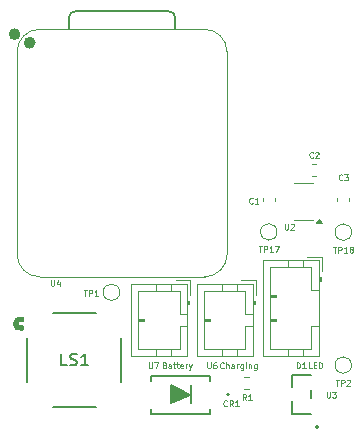
<source format=gbr>
%TF.GenerationSoftware,KiCad,Pcbnew,8.0.6*%
%TF.CreationDate,2024-11-21T01:25:50-08:00*%
%TF.ProjectId,LED20,4c454432-302e-46b6-9963-61645f706362,2*%
%TF.SameCoordinates,Original*%
%TF.FileFunction,Legend,Top*%
%TF.FilePolarity,Positive*%
%FSLAX46Y46*%
G04 Gerber Fmt 4.6, Leading zero omitted, Abs format (unit mm)*
G04 Created by KiCad (PCBNEW 8.0.6) date 2024-11-21 01:25:50*
%MOMM*%
%LPD*%
G01*
G04 APERTURE LIST*
%ADD10C,0.200000*%
%ADD11C,0.100000*%
%ADD12C,0.125000*%
%ADD13C,0.106680*%
%ADD14C,0.150000*%
%ADD15C,0.120000*%
%ADD16C,0.152400*%
%ADD17C,0.127000*%
%ADD18C,0.504000*%
%ADD19C,0.508000*%
G04 APERTURE END LIST*
D10*
X147710070Y-96652585D02*
X147710070Y-95135484D01*
X146046446Y-96679452D02*
X146046393Y-96677525D01*
X146046441Y-96677503D01*
X146046446Y-96679452D01*
G36*
X146046446Y-96679452D02*
G01*
X146046393Y-96677525D01*
X146046441Y-96677503D01*
X146046446Y-96679452D01*
G37*
X147690511Y-95945468D02*
X146046441Y-96677503D01*
X146043205Y-95118912D01*
X147690511Y-95945468D01*
G36*
X147690511Y-95945468D02*
G01*
X146046441Y-96677503D01*
X146043205Y-95118912D01*
X147690511Y-95945468D01*
G37*
D11*
X157967098Y-93712947D02*
X157729003Y-93712947D01*
X157729003Y-93712947D02*
X157729003Y-93212947D01*
X158133765Y-93451042D02*
X158300432Y-93451042D01*
X158371860Y-93712947D02*
X158133765Y-93712947D01*
X158133765Y-93712947D02*
X158133765Y-93212947D01*
X158133765Y-93212947D02*
X158371860Y-93212947D01*
X158586146Y-93712947D02*
X158586146Y-93212947D01*
X158586146Y-93212947D02*
X158705194Y-93212947D01*
X158705194Y-93212947D02*
X158776622Y-93236757D01*
X158776622Y-93236757D02*
X158824241Y-93284376D01*
X158824241Y-93284376D02*
X158848051Y-93331995D01*
X158848051Y-93331995D02*
X158871860Y-93427233D01*
X158871860Y-93427233D02*
X158871860Y-93498661D01*
X158871860Y-93498661D02*
X158848051Y-93593899D01*
X158848051Y-93593899D02*
X158824241Y-93641518D01*
X158824241Y-93641518D02*
X158776622Y-93689138D01*
X158776622Y-93689138D02*
X158705194Y-93712947D01*
X158705194Y-93712947D02*
X158586146Y-93712947D01*
X145519626Y-93451042D02*
X145591054Y-93474852D01*
X145591054Y-93474852D02*
X145614864Y-93498661D01*
X145614864Y-93498661D02*
X145638673Y-93546280D01*
X145638673Y-93546280D02*
X145638673Y-93617709D01*
X145638673Y-93617709D02*
X145614864Y-93665328D01*
X145614864Y-93665328D02*
X145591054Y-93689138D01*
X145591054Y-93689138D02*
X145543435Y-93712947D01*
X145543435Y-93712947D02*
X145352959Y-93712947D01*
X145352959Y-93712947D02*
X145352959Y-93212947D01*
X145352959Y-93212947D02*
X145519626Y-93212947D01*
X145519626Y-93212947D02*
X145567245Y-93236757D01*
X145567245Y-93236757D02*
X145591054Y-93260566D01*
X145591054Y-93260566D02*
X145614864Y-93308185D01*
X145614864Y-93308185D02*
X145614864Y-93355804D01*
X145614864Y-93355804D02*
X145591054Y-93403423D01*
X145591054Y-93403423D02*
X145567245Y-93427233D01*
X145567245Y-93427233D02*
X145519626Y-93451042D01*
X145519626Y-93451042D02*
X145352959Y-93451042D01*
X146067245Y-93712947D02*
X146067245Y-93451042D01*
X146067245Y-93451042D02*
X146043435Y-93403423D01*
X146043435Y-93403423D02*
X145995816Y-93379614D01*
X145995816Y-93379614D02*
X145900578Y-93379614D01*
X145900578Y-93379614D02*
X145852959Y-93403423D01*
X146067245Y-93689138D02*
X146019626Y-93712947D01*
X146019626Y-93712947D02*
X145900578Y-93712947D01*
X145900578Y-93712947D02*
X145852959Y-93689138D01*
X145852959Y-93689138D02*
X145829150Y-93641518D01*
X145829150Y-93641518D02*
X145829150Y-93593899D01*
X145829150Y-93593899D02*
X145852959Y-93546280D01*
X145852959Y-93546280D02*
X145900578Y-93522471D01*
X145900578Y-93522471D02*
X146019626Y-93522471D01*
X146019626Y-93522471D02*
X146067245Y-93498661D01*
X146233912Y-93379614D02*
X146424388Y-93379614D01*
X146305340Y-93212947D02*
X146305340Y-93641518D01*
X146305340Y-93641518D02*
X146329150Y-93689138D01*
X146329150Y-93689138D02*
X146376769Y-93712947D01*
X146376769Y-93712947D02*
X146424388Y-93712947D01*
X146519626Y-93379614D02*
X146710102Y-93379614D01*
X146591054Y-93212947D02*
X146591054Y-93641518D01*
X146591054Y-93641518D02*
X146614864Y-93689138D01*
X146614864Y-93689138D02*
X146662483Y-93712947D01*
X146662483Y-93712947D02*
X146710102Y-93712947D01*
X147067244Y-93689138D02*
X147019625Y-93712947D01*
X147019625Y-93712947D02*
X146924387Y-93712947D01*
X146924387Y-93712947D02*
X146876768Y-93689138D01*
X146876768Y-93689138D02*
X146852959Y-93641518D01*
X146852959Y-93641518D02*
X146852959Y-93451042D01*
X146852959Y-93451042D02*
X146876768Y-93403423D01*
X146876768Y-93403423D02*
X146924387Y-93379614D01*
X146924387Y-93379614D02*
X147019625Y-93379614D01*
X147019625Y-93379614D02*
X147067244Y-93403423D01*
X147067244Y-93403423D02*
X147091054Y-93451042D01*
X147091054Y-93451042D02*
X147091054Y-93498661D01*
X147091054Y-93498661D02*
X146852959Y-93546280D01*
X147305339Y-93712947D02*
X147305339Y-93379614D01*
X147305339Y-93474852D02*
X147329149Y-93427233D01*
X147329149Y-93427233D02*
X147352958Y-93403423D01*
X147352958Y-93403423D02*
X147400577Y-93379614D01*
X147400577Y-93379614D02*
X147448196Y-93379614D01*
X147567244Y-93379614D02*
X147686292Y-93712947D01*
X147805339Y-93379614D02*
X147686292Y-93712947D01*
X147686292Y-93712947D02*
X147638673Y-93831995D01*
X147638673Y-93831995D02*
X147614863Y-93855804D01*
X147614863Y-93855804D02*
X147567244Y-93879614D01*
X150513819Y-93674080D02*
X150490010Y-93697890D01*
X150490010Y-93697890D02*
X150418581Y-93721699D01*
X150418581Y-93721699D02*
X150370962Y-93721699D01*
X150370962Y-93721699D02*
X150299534Y-93697890D01*
X150299534Y-93697890D02*
X150251915Y-93650270D01*
X150251915Y-93650270D02*
X150228105Y-93602651D01*
X150228105Y-93602651D02*
X150204296Y-93507413D01*
X150204296Y-93507413D02*
X150204296Y-93435985D01*
X150204296Y-93435985D02*
X150228105Y-93340747D01*
X150228105Y-93340747D02*
X150251915Y-93293128D01*
X150251915Y-93293128D02*
X150299534Y-93245509D01*
X150299534Y-93245509D02*
X150370962Y-93221699D01*
X150370962Y-93221699D02*
X150418581Y-93221699D01*
X150418581Y-93221699D02*
X150490010Y-93245509D01*
X150490010Y-93245509D02*
X150513819Y-93269318D01*
X150728105Y-93721699D02*
X150728105Y-93221699D01*
X150942391Y-93721699D02*
X150942391Y-93459794D01*
X150942391Y-93459794D02*
X150918581Y-93412175D01*
X150918581Y-93412175D02*
X150870962Y-93388366D01*
X150870962Y-93388366D02*
X150799534Y-93388366D01*
X150799534Y-93388366D02*
X150751915Y-93412175D01*
X150751915Y-93412175D02*
X150728105Y-93435985D01*
X151394772Y-93721699D02*
X151394772Y-93459794D01*
X151394772Y-93459794D02*
X151370962Y-93412175D01*
X151370962Y-93412175D02*
X151323343Y-93388366D01*
X151323343Y-93388366D02*
X151228105Y-93388366D01*
X151228105Y-93388366D02*
X151180486Y-93412175D01*
X151394772Y-93697890D02*
X151347153Y-93721699D01*
X151347153Y-93721699D02*
X151228105Y-93721699D01*
X151228105Y-93721699D02*
X151180486Y-93697890D01*
X151180486Y-93697890D02*
X151156677Y-93650270D01*
X151156677Y-93650270D02*
X151156677Y-93602651D01*
X151156677Y-93602651D02*
X151180486Y-93555032D01*
X151180486Y-93555032D02*
X151228105Y-93531223D01*
X151228105Y-93531223D02*
X151347153Y-93531223D01*
X151347153Y-93531223D02*
X151394772Y-93507413D01*
X151632867Y-93721699D02*
X151632867Y-93388366D01*
X151632867Y-93483604D02*
X151656677Y-93435985D01*
X151656677Y-93435985D02*
X151680486Y-93412175D01*
X151680486Y-93412175D02*
X151728105Y-93388366D01*
X151728105Y-93388366D02*
X151775724Y-93388366D01*
X152156677Y-93388366D02*
X152156677Y-93793128D01*
X152156677Y-93793128D02*
X152132867Y-93840747D01*
X152132867Y-93840747D02*
X152109058Y-93864556D01*
X152109058Y-93864556D02*
X152061439Y-93888366D01*
X152061439Y-93888366D02*
X151990010Y-93888366D01*
X151990010Y-93888366D02*
X151942391Y-93864556D01*
X152156677Y-93697890D02*
X152109058Y-93721699D01*
X152109058Y-93721699D02*
X152013820Y-93721699D01*
X152013820Y-93721699D02*
X151966201Y-93697890D01*
X151966201Y-93697890D02*
X151942391Y-93674080D01*
X151942391Y-93674080D02*
X151918582Y-93626461D01*
X151918582Y-93626461D02*
X151918582Y-93483604D01*
X151918582Y-93483604D02*
X151942391Y-93435985D01*
X151942391Y-93435985D02*
X151966201Y-93412175D01*
X151966201Y-93412175D02*
X152013820Y-93388366D01*
X152013820Y-93388366D02*
X152109058Y-93388366D01*
X152109058Y-93388366D02*
X152156677Y-93412175D01*
X152394772Y-93721699D02*
X152394772Y-93388366D01*
X152394772Y-93221699D02*
X152370963Y-93245509D01*
X152370963Y-93245509D02*
X152394772Y-93269318D01*
X152394772Y-93269318D02*
X152418582Y-93245509D01*
X152418582Y-93245509D02*
X152394772Y-93221699D01*
X152394772Y-93221699D02*
X152394772Y-93269318D01*
X152632867Y-93388366D02*
X152632867Y-93721699D01*
X152632867Y-93435985D02*
X152656677Y-93412175D01*
X152656677Y-93412175D02*
X152704296Y-93388366D01*
X152704296Y-93388366D02*
X152775724Y-93388366D01*
X152775724Y-93388366D02*
X152823343Y-93412175D01*
X152823343Y-93412175D02*
X152847153Y-93459794D01*
X152847153Y-93459794D02*
X152847153Y-93721699D01*
X153299534Y-93388366D02*
X153299534Y-93793128D01*
X153299534Y-93793128D02*
X153275724Y-93840747D01*
X153275724Y-93840747D02*
X153251915Y-93864556D01*
X153251915Y-93864556D02*
X153204296Y-93888366D01*
X153204296Y-93888366D02*
X153132867Y-93888366D01*
X153132867Y-93888366D02*
X153085248Y-93864556D01*
X153299534Y-93697890D02*
X153251915Y-93721699D01*
X153251915Y-93721699D02*
X153156677Y-93721699D01*
X153156677Y-93721699D02*
X153109058Y-93697890D01*
X153109058Y-93697890D02*
X153085248Y-93674080D01*
X153085248Y-93674080D02*
X153061439Y-93626461D01*
X153061439Y-93626461D02*
X153061439Y-93483604D01*
X153061439Y-93483604D02*
X153085248Y-93435985D01*
X153085248Y-93435985D02*
X153109058Y-93412175D01*
X153109058Y-93412175D02*
X153156677Y-93388366D01*
X153156677Y-93388366D02*
X153251915Y-93388366D01*
X153251915Y-93388366D02*
X153299534Y-93412175D01*
D12*
X160006548Y-94674809D02*
X160292262Y-94674809D01*
X160149405Y-95174809D02*
X160149405Y-94674809D01*
X160458928Y-95174809D02*
X160458928Y-94674809D01*
X160458928Y-94674809D02*
X160649404Y-94674809D01*
X160649404Y-94674809D02*
X160697023Y-94698619D01*
X160697023Y-94698619D02*
X160720833Y-94722428D01*
X160720833Y-94722428D02*
X160744642Y-94770047D01*
X160744642Y-94770047D02*
X160744642Y-94841476D01*
X160744642Y-94841476D02*
X160720833Y-94889095D01*
X160720833Y-94889095D02*
X160697023Y-94912904D01*
X160697023Y-94912904D02*
X160649404Y-94936714D01*
X160649404Y-94936714D02*
X160458928Y-94936714D01*
X160935119Y-94722428D02*
X160958928Y-94698619D01*
X160958928Y-94698619D02*
X161006547Y-94674809D01*
X161006547Y-94674809D02*
X161125595Y-94674809D01*
X161125595Y-94674809D02*
X161173214Y-94698619D01*
X161173214Y-94698619D02*
X161197023Y-94722428D01*
X161197023Y-94722428D02*
X161220833Y-94770047D01*
X161220833Y-94770047D02*
X161220833Y-94817666D01*
X161220833Y-94817666D02*
X161197023Y-94889095D01*
X161197023Y-94889095D02*
X160911309Y-95174809D01*
X160911309Y-95174809D02*
X161220833Y-95174809D01*
X155673146Y-81471794D02*
X155673146Y-81876556D01*
X155673146Y-81876556D02*
X155696956Y-81924175D01*
X155696956Y-81924175D02*
X155720765Y-81947985D01*
X155720765Y-81947985D02*
X155768384Y-81971794D01*
X155768384Y-81971794D02*
X155863622Y-81971794D01*
X155863622Y-81971794D02*
X155911241Y-81947985D01*
X155911241Y-81947985D02*
X155935051Y-81924175D01*
X155935051Y-81924175D02*
X155958860Y-81876556D01*
X155958860Y-81876556D02*
X155958860Y-81471794D01*
X156173147Y-81519413D02*
X156196956Y-81495604D01*
X156196956Y-81495604D02*
X156244575Y-81471794D01*
X156244575Y-81471794D02*
X156363623Y-81471794D01*
X156363623Y-81471794D02*
X156411242Y-81495604D01*
X156411242Y-81495604D02*
X156435051Y-81519413D01*
X156435051Y-81519413D02*
X156458861Y-81567032D01*
X156458861Y-81567032D02*
X156458861Y-81614651D01*
X156458861Y-81614651D02*
X156435051Y-81686080D01*
X156435051Y-81686080D02*
X156149337Y-81971794D01*
X156149337Y-81971794D02*
X156458861Y-81971794D01*
X149128413Y-93224067D02*
X149128413Y-93628829D01*
X149128413Y-93628829D02*
X149152223Y-93676448D01*
X149152223Y-93676448D02*
X149176032Y-93700258D01*
X149176032Y-93700258D02*
X149223651Y-93724067D01*
X149223651Y-93724067D02*
X149318889Y-93724067D01*
X149318889Y-93724067D02*
X149366508Y-93700258D01*
X149366508Y-93700258D02*
X149390318Y-93676448D01*
X149390318Y-93676448D02*
X149414127Y-93628829D01*
X149414127Y-93628829D02*
X149414127Y-93224067D01*
X149866509Y-93224067D02*
X149771271Y-93224067D01*
X149771271Y-93224067D02*
X149723652Y-93247877D01*
X149723652Y-93247877D02*
X149699842Y-93271686D01*
X149699842Y-93271686D02*
X149652223Y-93343115D01*
X149652223Y-93343115D02*
X149628414Y-93438353D01*
X149628414Y-93438353D02*
X149628414Y-93628829D01*
X149628414Y-93628829D02*
X149652223Y-93676448D01*
X149652223Y-93676448D02*
X149676033Y-93700258D01*
X149676033Y-93700258D02*
X149723652Y-93724067D01*
X149723652Y-93724067D02*
X149818890Y-93724067D01*
X149818890Y-93724067D02*
X149866509Y-93700258D01*
X149866509Y-93700258D02*
X149890318Y-93676448D01*
X149890318Y-93676448D02*
X149914128Y-93628829D01*
X149914128Y-93628829D02*
X149914128Y-93509781D01*
X149914128Y-93509781D02*
X149890318Y-93462162D01*
X149890318Y-93462162D02*
X149866509Y-93438353D01*
X149866509Y-93438353D02*
X149818890Y-93414543D01*
X149818890Y-93414543D02*
X149723652Y-93414543D01*
X149723652Y-93414543D02*
X149676033Y-93438353D01*
X149676033Y-93438353D02*
X149652223Y-93462162D01*
X149652223Y-93462162D02*
X149628414Y-93509781D01*
X156693731Y-93706562D02*
X156693731Y-93206562D01*
X156693731Y-93206562D02*
X156812779Y-93206562D01*
X156812779Y-93206562D02*
X156884207Y-93230372D01*
X156884207Y-93230372D02*
X156931826Y-93277991D01*
X156931826Y-93277991D02*
X156955636Y-93325610D01*
X156955636Y-93325610D02*
X156979445Y-93420848D01*
X156979445Y-93420848D02*
X156979445Y-93492276D01*
X156979445Y-93492276D02*
X156955636Y-93587514D01*
X156955636Y-93587514D02*
X156931826Y-93635133D01*
X156931826Y-93635133D02*
X156884207Y-93682753D01*
X156884207Y-93682753D02*
X156812779Y-93706562D01*
X156812779Y-93706562D02*
X156693731Y-93706562D01*
X157455636Y-93706562D02*
X157169922Y-93706562D01*
X157312779Y-93706562D02*
X157312779Y-93206562D01*
X157312779Y-93206562D02*
X157265160Y-93277991D01*
X157265160Y-93277991D02*
X157217541Y-93325610D01*
X157217541Y-93325610D02*
X157169922Y-93349419D01*
X160554161Y-77752146D02*
X160530352Y-77775956D01*
X160530352Y-77775956D02*
X160458923Y-77799765D01*
X160458923Y-77799765D02*
X160411304Y-77799765D01*
X160411304Y-77799765D02*
X160339876Y-77775956D01*
X160339876Y-77775956D02*
X160292257Y-77728336D01*
X160292257Y-77728336D02*
X160268447Y-77680717D01*
X160268447Y-77680717D02*
X160244638Y-77585479D01*
X160244638Y-77585479D02*
X160244638Y-77514051D01*
X160244638Y-77514051D02*
X160268447Y-77418813D01*
X160268447Y-77418813D02*
X160292257Y-77371194D01*
X160292257Y-77371194D02*
X160339876Y-77323575D01*
X160339876Y-77323575D02*
X160411304Y-77299765D01*
X160411304Y-77299765D02*
X160458923Y-77299765D01*
X160458923Y-77299765D02*
X160530352Y-77323575D01*
X160530352Y-77323575D02*
X160554161Y-77347384D01*
X160720828Y-77299765D02*
X161030352Y-77299765D01*
X161030352Y-77299765D02*
X160863685Y-77490241D01*
X160863685Y-77490241D02*
X160935114Y-77490241D01*
X160935114Y-77490241D02*
X160982733Y-77514051D01*
X160982733Y-77514051D02*
X161006542Y-77537860D01*
X161006542Y-77537860D02*
X161030352Y-77585479D01*
X161030352Y-77585479D02*
X161030352Y-77704527D01*
X161030352Y-77704527D02*
X161006542Y-77752146D01*
X161006542Y-77752146D02*
X160982733Y-77775956D01*
X160982733Y-77775956D02*
X160935114Y-77799765D01*
X160935114Y-77799765D02*
X160792257Y-77799765D01*
X160792257Y-77799765D02*
X160744638Y-77775956D01*
X160744638Y-77775956D02*
X160720828Y-77752146D01*
X150793541Y-96888904D02*
X150769732Y-96912714D01*
X150769732Y-96912714D02*
X150698303Y-96936523D01*
X150698303Y-96936523D02*
X150650684Y-96936523D01*
X150650684Y-96936523D02*
X150579256Y-96912714D01*
X150579256Y-96912714D02*
X150531637Y-96865094D01*
X150531637Y-96865094D02*
X150507827Y-96817475D01*
X150507827Y-96817475D02*
X150484018Y-96722237D01*
X150484018Y-96722237D02*
X150484018Y-96650809D01*
X150484018Y-96650809D02*
X150507827Y-96555571D01*
X150507827Y-96555571D02*
X150531637Y-96507952D01*
X150531637Y-96507952D02*
X150579256Y-96460333D01*
X150579256Y-96460333D02*
X150650684Y-96436523D01*
X150650684Y-96436523D02*
X150698303Y-96436523D01*
X150698303Y-96436523D02*
X150769732Y-96460333D01*
X150769732Y-96460333D02*
X150793541Y-96484142D01*
X151293541Y-96936523D02*
X151126875Y-96698428D01*
X151007827Y-96936523D02*
X151007827Y-96436523D01*
X151007827Y-96436523D02*
X151198303Y-96436523D01*
X151198303Y-96436523D02*
X151245922Y-96460333D01*
X151245922Y-96460333D02*
X151269732Y-96484142D01*
X151269732Y-96484142D02*
X151293541Y-96531761D01*
X151293541Y-96531761D02*
X151293541Y-96603190D01*
X151293541Y-96603190D02*
X151269732Y-96650809D01*
X151269732Y-96650809D02*
X151245922Y-96674618D01*
X151245922Y-96674618D02*
X151198303Y-96698428D01*
X151198303Y-96698428D02*
X151007827Y-96698428D01*
X151769732Y-96936523D02*
X151484018Y-96936523D01*
X151626875Y-96936523D02*
X151626875Y-96436523D01*
X151626875Y-96436523D02*
X151579256Y-96507952D01*
X151579256Y-96507952D02*
X151531637Y-96555571D01*
X151531637Y-96555571D02*
X151484018Y-96579380D01*
D13*
X135884771Y-86224880D02*
X135884771Y-86629642D01*
X135884771Y-86629642D02*
X135908581Y-86677261D01*
X135908581Y-86677261D02*
X135932390Y-86701071D01*
X135932390Y-86701071D02*
X135980009Y-86724880D01*
X135980009Y-86724880D02*
X136075247Y-86724880D01*
X136075247Y-86724880D02*
X136122866Y-86701071D01*
X136122866Y-86701071D02*
X136146676Y-86677261D01*
X136146676Y-86677261D02*
X136170485Y-86629642D01*
X136170485Y-86629642D02*
X136170485Y-86224880D01*
X136622867Y-86391547D02*
X136622867Y-86724880D01*
X136503819Y-86201071D02*
X136384772Y-86558213D01*
X136384772Y-86558213D02*
X136694295Y-86558213D01*
D12*
X152971756Y-79725603D02*
X152947947Y-79749413D01*
X152947947Y-79749413D02*
X152876518Y-79773222D01*
X152876518Y-79773222D02*
X152828899Y-79773222D01*
X152828899Y-79773222D02*
X152757471Y-79749413D01*
X152757471Y-79749413D02*
X152709852Y-79701793D01*
X152709852Y-79701793D02*
X152686042Y-79654174D01*
X152686042Y-79654174D02*
X152662233Y-79558936D01*
X152662233Y-79558936D02*
X152662233Y-79487508D01*
X152662233Y-79487508D02*
X152686042Y-79392270D01*
X152686042Y-79392270D02*
X152709852Y-79344651D01*
X152709852Y-79344651D02*
X152757471Y-79297032D01*
X152757471Y-79297032D02*
X152828899Y-79273222D01*
X152828899Y-79273222D02*
X152876518Y-79273222D01*
X152876518Y-79273222D02*
X152947947Y-79297032D01*
X152947947Y-79297032D02*
X152971756Y-79320841D01*
X153447947Y-79773222D02*
X153162233Y-79773222D01*
X153305090Y-79773222D02*
X153305090Y-79273222D01*
X153305090Y-79273222D02*
X153257471Y-79344651D01*
X153257471Y-79344651D02*
X153209852Y-79392270D01*
X153209852Y-79392270D02*
X153162233Y-79416079D01*
X138654604Y-87092655D02*
X138940318Y-87092655D01*
X138797461Y-87592655D02*
X138797461Y-87092655D01*
X139106984Y-87592655D02*
X139106984Y-87092655D01*
X139106984Y-87092655D02*
X139297460Y-87092655D01*
X139297460Y-87092655D02*
X139345079Y-87116465D01*
X139345079Y-87116465D02*
X139368889Y-87140274D01*
X139368889Y-87140274D02*
X139392698Y-87187893D01*
X139392698Y-87187893D02*
X139392698Y-87259322D01*
X139392698Y-87259322D02*
X139368889Y-87306941D01*
X139368889Y-87306941D02*
X139345079Y-87330750D01*
X139345079Y-87330750D02*
X139297460Y-87354560D01*
X139297460Y-87354560D02*
X139106984Y-87354560D01*
X139868889Y-87592655D02*
X139583175Y-87592655D01*
X139726032Y-87592655D02*
X139726032Y-87092655D01*
X139726032Y-87092655D02*
X139678413Y-87164084D01*
X139678413Y-87164084D02*
X139630794Y-87211703D01*
X139630794Y-87211703D02*
X139583175Y-87235512D01*
X158080119Y-75849935D02*
X158056310Y-75873745D01*
X158056310Y-75873745D02*
X157984881Y-75897554D01*
X157984881Y-75897554D02*
X157937262Y-75897554D01*
X157937262Y-75897554D02*
X157865834Y-75873745D01*
X157865834Y-75873745D02*
X157818215Y-75826125D01*
X157818215Y-75826125D02*
X157794405Y-75778506D01*
X157794405Y-75778506D02*
X157770596Y-75683268D01*
X157770596Y-75683268D02*
X157770596Y-75611840D01*
X157770596Y-75611840D02*
X157794405Y-75516602D01*
X157794405Y-75516602D02*
X157818215Y-75468983D01*
X157818215Y-75468983D02*
X157865834Y-75421364D01*
X157865834Y-75421364D02*
X157937262Y-75397554D01*
X157937262Y-75397554D02*
X157984881Y-75397554D01*
X157984881Y-75397554D02*
X158056310Y-75421364D01*
X158056310Y-75421364D02*
X158080119Y-75445173D01*
X158270596Y-75445173D02*
X158294405Y-75421364D01*
X158294405Y-75421364D02*
X158342024Y-75397554D01*
X158342024Y-75397554D02*
X158461072Y-75397554D01*
X158461072Y-75397554D02*
X158508691Y-75421364D01*
X158508691Y-75421364D02*
X158532500Y-75445173D01*
X158532500Y-75445173D02*
X158556310Y-75492792D01*
X158556310Y-75492792D02*
X158556310Y-75540411D01*
X158556310Y-75540411D02*
X158532500Y-75611840D01*
X158532500Y-75611840D02*
X158246786Y-75897554D01*
X158246786Y-75897554D02*
X158556310Y-75897554D01*
X153468918Y-83353989D02*
X153754632Y-83353989D01*
X153611775Y-83853989D02*
X153611775Y-83353989D01*
X153921298Y-83853989D02*
X153921298Y-83353989D01*
X153921298Y-83353989D02*
X154111774Y-83353989D01*
X154111774Y-83353989D02*
X154159393Y-83377799D01*
X154159393Y-83377799D02*
X154183203Y-83401608D01*
X154183203Y-83401608D02*
X154207012Y-83449227D01*
X154207012Y-83449227D02*
X154207012Y-83520656D01*
X154207012Y-83520656D02*
X154183203Y-83568275D01*
X154183203Y-83568275D02*
X154159393Y-83592084D01*
X154159393Y-83592084D02*
X154111774Y-83615894D01*
X154111774Y-83615894D02*
X153921298Y-83615894D01*
X154683203Y-83853989D02*
X154397489Y-83853989D01*
X154540346Y-83853989D02*
X154540346Y-83353989D01*
X154540346Y-83353989D02*
X154492727Y-83425418D01*
X154492727Y-83425418D02*
X154445108Y-83473037D01*
X154445108Y-83473037D02*
X154397489Y-83496846D01*
X154849869Y-83353989D02*
X155183202Y-83353989D01*
X155183202Y-83353989D02*
X154968917Y-83853989D01*
X159762299Y-83420600D02*
X160048013Y-83420600D01*
X159905156Y-83920600D02*
X159905156Y-83420600D01*
X160214679Y-83920600D02*
X160214679Y-83420600D01*
X160214679Y-83420600D02*
X160405155Y-83420600D01*
X160405155Y-83420600D02*
X160452774Y-83444410D01*
X160452774Y-83444410D02*
X160476584Y-83468219D01*
X160476584Y-83468219D02*
X160500393Y-83515838D01*
X160500393Y-83515838D02*
X160500393Y-83587267D01*
X160500393Y-83587267D02*
X160476584Y-83634886D01*
X160476584Y-83634886D02*
X160452774Y-83658695D01*
X160452774Y-83658695D02*
X160405155Y-83682505D01*
X160405155Y-83682505D02*
X160214679Y-83682505D01*
X160976584Y-83920600D02*
X160690870Y-83920600D01*
X160833727Y-83920600D02*
X160833727Y-83420600D01*
X160833727Y-83420600D02*
X160786108Y-83492029D01*
X160786108Y-83492029D02*
X160738489Y-83539648D01*
X160738489Y-83539648D02*
X160690870Y-83563457D01*
X161262298Y-83634886D02*
X161214679Y-83611076D01*
X161214679Y-83611076D02*
X161190869Y-83587267D01*
X161190869Y-83587267D02*
X161167060Y-83539648D01*
X161167060Y-83539648D02*
X161167060Y-83515838D01*
X161167060Y-83515838D02*
X161190869Y-83468219D01*
X161190869Y-83468219D02*
X161214679Y-83444410D01*
X161214679Y-83444410D02*
X161262298Y-83420600D01*
X161262298Y-83420600D02*
X161357536Y-83420600D01*
X161357536Y-83420600D02*
X161405155Y-83444410D01*
X161405155Y-83444410D02*
X161428964Y-83468219D01*
X161428964Y-83468219D02*
X161452774Y-83515838D01*
X161452774Y-83515838D02*
X161452774Y-83539648D01*
X161452774Y-83539648D02*
X161428964Y-83587267D01*
X161428964Y-83587267D02*
X161405155Y-83611076D01*
X161405155Y-83611076D02*
X161357536Y-83634886D01*
X161357536Y-83634886D02*
X161262298Y-83634886D01*
X161262298Y-83634886D02*
X161214679Y-83658695D01*
X161214679Y-83658695D02*
X161190869Y-83682505D01*
X161190869Y-83682505D02*
X161167060Y-83730124D01*
X161167060Y-83730124D02*
X161167060Y-83825362D01*
X161167060Y-83825362D02*
X161190869Y-83872981D01*
X161190869Y-83872981D02*
X161214679Y-83896791D01*
X161214679Y-83896791D02*
X161262298Y-83920600D01*
X161262298Y-83920600D02*
X161357536Y-83920600D01*
X161357536Y-83920600D02*
X161405155Y-83896791D01*
X161405155Y-83896791D02*
X161428964Y-83872981D01*
X161428964Y-83872981D02*
X161452774Y-83825362D01*
X161452774Y-83825362D02*
X161452774Y-83730124D01*
X161452774Y-83730124D02*
X161428964Y-83682505D01*
X161428964Y-83682505D02*
X161405155Y-83658695D01*
X161405155Y-83658695D02*
X161357536Y-83634886D01*
D14*
X137231197Y-93473648D02*
X136755007Y-93473648D01*
X136755007Y-93473648D02*
X136755007Y-92473648D01*
X137516912Y-93426029D02*
X137659769Y-93473648D01*
X137659769Y-93473648D02*
X137897864Y-93473648D01*
X137897864Y-93473648D02*
X137993102Y-93426029D01*
X137993102Y-93426029D02*
X138040721Y-93378409D01*
X138040721Y-93378409D02*
X138088340Y-93283171D01*
X138088340Y-93283171D02*
X138088340Y-93187933D01*
X138088340Y-93187933D02*
X138040721Y-93092695D01*
X138040721Y-93092695D02*
X137993102Y-93045076D01*
X137993102Y-93045076D02*
X137897864Y-92997457D01*
X137897864Y-92997457D02*
X137707388Y-92949838D01*
X137707388Y-92949838D02*
X137612150Y-92902219D01*
X137612150Y-92902219D02*
X137564531Y-92854600D01*
X137564531Y-92854600D02*
X137516912Y-92759362D01*
X137516912Y-92759362D02*
X137516912Y-92664124D01*
X137516912Y-92664124D02*
X137564531Y-92568886D01*
X137564531Y-92568886D02*
X137612150Y-92521267D01*
X137612150Y-92521267D02*
X137707388Y-92473648D01*
X137707388Y-92473648D02*
X137945483Y-92473648D01*
X137945483Y-92473648D02*
X138088340Y-92521267D01*
X139040721Y-93473648D02*
X138469293Y-93473648D01*
X138755007Y-93473648D02*
X138755007Y-92473648D01*
X138755007Y-92473648D02*
X138659769Y-92616505D01*
X138659769Y-92616505D02*
X138564531Y-92711743D01*
X138564531Y-92711743D02*
X138469293Y-92759362D01*
D12*
X144151155Y-93224067D02*
X144151155Y-93628829D01*
X144151155Y-93628829D02*
X144174965Y-93676448D01*
X144174965Y-93676448D02*
X144198774Y-93700258D01*
X144198774Y-93700258D02*
X144246393Y-93724067D01*
X144246393Y-93724067D02*
X144341631Y-93724067D01*
X144341631Y-93724067D02*
X144389250Y-93700258D01*
X144389250Y-93700258D02*
X144413060Y-93676448D01*
X144413060Y-93676448D02*
X144436869Y-93628829D01*
X144436869Y-93628829D02*
X144436869Y-93224067D01*
X144627346Y-93224067D02*
X144960679Y-93224067D01*
X144960679Y-93224067D02*
X144746394Y-93724067D01*
X152402965Y-96403125D02*
X152236299Y-96165030D01*
X152117251Y-96403125D02*
X152117251Y-95903125D01*
X152117251Y-95903125D02*
X152307727Y-95903125D01*
X152307727Y-95903125D02*
X152355346Y-95926935D01*
X152355346Y-95926935D02*
X152379156Y-95950744D01*
X152379156Y-95950744D02*
X152402965Y-95998363D01*
X152402965Y-95998363D02*
X152402965Y-96069792D01*
X152402965Y-96069792D02*
X152379156Y-96117411D01*
X152379156Y-96117411D02*
X152355346Y-96141220D01*
X152355346Y-96141220D02*
X152307727Y-96165030D01*
X152307727Y-96165030D02*
X152117251Y-96165030D01*
X152879156Y-96403125D02*
X152593442Y-96403125D01*
X152736299Y-96403125D02*
X152736299Y-95903125D01*
X152736299Y-95903125D02*
X152688680Y-95974554D01*
X152688680Y-95974554D02*
X152641061Y-96022173D01*
X152641061Y-96022173D02*
X152593442Y-96045982D01*
X159228805Y-95701026D02*
X159228805Y-96105788D01*
X159228805Y-96105788D02*
X159252615Y-96153407D01*
X159252615Y-96153407D02*
X159276424Y-96177217D01*
X159276424Y-96177217D02*
X159324043Y-96201026D01*
X159324043Y-96201026D02*
X159419281Y-96201026D01*
X159419281Y-96201026D02*
X159466900Y-96177217D01*
X159466900Y-96177217D02*
X159490710Y-96153407D01*
X159490710Y-96153407D02*
X159514519Y-96105788D01*
X159514519Y-96105788D02*
X159514519Y-95701026D01*
X159704996Y-95701026D02*
X160014520Y-95701026D01*
X160014520Y-95701026D02*
X159847853Y-95891502D01*
X159847853Y-95891502D02*
X159919282Y-95891502D01*
X159919282Y-95891502D02*
X159966901Y-95915312D01*
X159966901Y-95915312D02*
X159990710Y-95939121D01*
X159990710Y-95939121D02*
X160014520Y-95986740D01*
X160014520Y-95986740D02*
X160014520Y-96105788D01*
X160014520Y-96105788D02*
X159990710Y-96153407D01*
X159990710Y-96153407D02*
X159966901Y-96177217D01*
X159966901Y-96177217D02*
X159919282Y-96201026D01*
X159919282Y-96201026D02*
X159776425Y-96201026D01*
X159776425Y-96201026D02*
X159728806Y-96177217D01*
X159728806Y-96177217D02*
X159704996Y-96153407D01*
D15*
%TO.C,TP2*%
X161337500Y-93450000D02*
G75*
G02*
X159937500Y-93450000I-700000J0D01*
G01*
X159937500Y-93450000D02*
G75*
G02*
X161337500Y-93450000I700000J0D01*
G01*
%TO.C,U2*%
X157268761Y-78004160D02*
X156468761Y-78004160D01*
X157268761Y-78004160D02*
X158068761Y-78004160D01*
X157268761Y-81124160D02*
X156468761Y-81124160D01*
X157268761Y-81124160D02*
X158068761Y-81124160D01*
X158808761Y-81404160D02*
X158328761Y-81404160D01*
X158568761Y-81074160D01*
X158808761Y-81404160D01*
G36*
X158808761Y-81404160D02*
G01*
X158328761Y-81404160D01*
X158568761Y-81074160D01*
X158808761Y-81404160D01*
G37*
%TO.C,U6*%
X148245921Y-86548331D02*
X148245921Y-92668331D01*
X148245921Y-92668331D02*
X152965921Y-92668331D01*
X148855921Y-87158331D02*
X148855921Y-92058331D01*
X148855921Y-89508331D02*
X149355921Y-89508331D01*
X148855921Y-89608331D02*
X149355921Y-89608331D01*
X148855921Y-92058331D02*
X152355921Y-92058331D01*
X149355921Y-89508331D02*
X149355921Y-89708331D01*
X149355921Y-89708331D02*
X148855921Y-89708331D01*
X150355921Y-86548331D02*
X150355921Y-87158331D01*
X150355921Y-92668331D02*
X150355921Y-92058331D01*
X151655921Y-86548331D02*
X151655921Y-87158331D01*
X151655921Y-92668331D02*
X151655921Y-92058331D01*
X152355921Y-87158331D02*
X148855921Y-87158331D01*
X152355921Y-89108331D02*
X152355921Y-87158331D01*
X152355921Y-90108331D02*
X152965921Y-90108331D01*
X152355921Y-92058331D02*
X152355921Y-90108331D01*
X152965921Y-86548331D02*
X148245921Y-86548331D01*
X152965921Y-88308331D02*
X153165921Y-88308331D01*
X152965921Y-89108331D02*
X152355921Y-89108331D01*
X152965921Y-92668331D02*
X152965921Y-86548331D01*
X153065921Y-88308331D02*
X153065921Y-88008331D01*
X153165921Y-88008331D02*
X152965921Y-88008331D01*
X153165921Y-88308331D02*
X153165921Y-88008331D01*
X153265921Y-86248331D02*
X152015921Y-86248331D01*
X153265921Y-87498331D02*
X153265921Y-86248331D01*
%TO.C,D1*%
X153823847Y-84551446D02*
X153823847Y-92671446D01*
X153823847Y-92671446D02*
X158543847Y-92671446D01*
X154433847Y-85161446D02*
X154433847Y-92061446D01*
X154433847Y-87511446D02*
X154933847Y-87511446D01*
X154433847Y-87611446D02*
X154933847Y-87611446D01*
X154433847Y-89511446D02*
X154933847Y-89511446D01*
X154433847Y-89611446D02*
X154933847Y-89611446D01*
X154433847Y-92061446D02*
X157933847Y-92061446D01*
X154933847Y-87511446D02*
X154933847Y-87711446D01*
X154933847Y-87711446D02*
X154433847Y-87711446D01*
X154933847Y-89511446D02*
X154933847Y-89711446D01*
X154933847Y-89711446D02*
X154433847Y-89711446D01*
X155933847Y-84551446D02*
X155933847Y-85161446D01*
X155933847Y-92671446D02*
X155933847Y-92061446D01*
X157233847Y-84551446D02*
X157233847Y-85161446D01*
X157233847Y-92671446D02*
X157233847Y-92061446D01*
X157933847Y-85161446D02*
X154433847Y-85161446D01*
X157933847Y-87111446D02*
X157933847Y-85161446D01*
X157933847Y-90111446D02*
X158543847Y-90111446D01*
X157933847Y-92061446D02*
X157933847Y-90111446D01*
X158543847Y-84551446D02*
X153823847Y-84551446D01*
X158543847Y-86311446D02*
X158743847Y-86311446D01*
X158543847Y-87111446D02*
X157933847Y-87111446D01*
X158543847Y-92671446D02*
X158543847Y-84551446D01*
X158643847Y-86311446D02*
X158643847Y-86011446D01*
X158743847Y-86011446D02*
X158543847Y-86011446D01*
X158743847Y-86311446D02*
X158743847Y-86011446D01*
X158843847Y-84251446D02*
X157593847Y-84251446D01*
X158843847Y-85501446D02*
X158843847Y-84251446D01*
%TO.C,C3*%
X160127500Y-79309420D02*
X160127500Y-79590580D01*
X161147500Y-79309420D02*
X161147500Y-79590580D01*
D16*
%TO.C,CR1*%
X144345400Y-94349800D02*
X144345400Y-94766360D01*
X144345400Y-97133640D02*
X144345400Y-97550200D01*
X144345400Y-97550200D02*
X149349200Y-97550200D01*
X149349200Y-94349800D02*
X144345400Y-94349800D01*
X149349200Y-94766360D02*
X149349200Y-94349800D01*
X149349200Y-97550200D02*
X149349200Y-97133640D01*
X150962100Y-95950000D02*
G75*
G02*
X150809700Y-95950000I-76200J0D01*
G01*
X150809700Y-95950000D02*
G75*
G02*
X150962100Y-95950000I76200J0D01*
G01*
D11*
%TO.C,U4*%
X133020900Y-84064500D02*
X133020900Y-66919500D01*
X134925900Y-85969500D02*
X148895900Y-85969500D01*
D17*
X137415900Y-65014500D02*
X137419628Y-64004228D01*
X137919628Y-63504500D02*
X145914900Y-63504500D01*
X146414900Y-64004500D02*
X146414900Y-65014500D01*
D11*
X148895900Y-65014500D02*
X134925900Y-65014500D01*
X150800900Y-84064500D02*
X150800900Y-66919500D01*
X133020900Y-66915500D02*
G75*
G02*
X134925900Y-65010500I1905001J-1D01*
G01*
X134925900Y-85969500D02*
G75*
G02*
X133020900Y-84064500I1J1905001D01*
G01*
D17*
X137419628Y-64004228D02*
G75*
G02*
X137919628Y-63504501I500018J-291D01*
G01*
X145914900Y-63504500D02*
G75*
G02*
X146414900Y-64004500I0J-500000D01*
G01*
D11*
X148895900Y-65014500D02*
G75*
G02*
X150800900Y-66919500I0J-1905000D01*
G01*
X150800900Y-84064500D02*
G75*
G02*
X148895900Y-85969500I-1905000J0D01*
G01*
D18*
X133062900Y-65430500D02*
G75*
G02*
X132558900Y-65430500I-252000J0D01*
G01*
X132558900Y-65430500D02*
G75*
G02*
X133062900Y-65430500I252000J0D01*
G01*
X134336900Y-66147500D02*
G75*
G02*
X133832900Y-66147500I-252000J0D01*
G01*
X133832900Y-66147500D02*
G75*
G02*
X134336900Y-66147500I252000J0D01*
G01*
D15*
%TO.C,C1*%
X153823037Y-79554845D02*
X153823037Y-79273685D01*
X154843037Y-79554845D02*
X154843037Y-79273685D01*
%TO.C,TP1*%
X141708275Y-87276212D02*
G75*
G02*
X140308275Y-87276212I-700000J0D01*
G01*
X140308275Y-87276212D02*
G75*
G02*
X141708275Y-87276212I700000J0D01*
G01*
%TO.C,C2*%
X158013202Y-76400052D02*
X158294362Y-76400052D01*
X158013202Y-77420052D02*
X158294362Y-77420052D01*
%TO.C,TP17*%
X155033075Y-82169007D02*
G75*
G02*
X153633075Y-82169007I-700000J0D01*
G01*
X153633075Y-82169007D02*
G75*
G02*
X155033075Y-82169007I700000J0D01*
G01*
%TO.C,TP18*%
X161349673Y-82192994D02*
G75*
G02*
X159949673Y-82192994I-700000J0D01*
G01*
X159949673Y-82192994D02*
G75*
G02*
X161349673Y-82192994I700000J0D01*
G01*
D16*
%TO.C,LS1*%
X133898955Y-91178269D02*
X133898955Y-94859389D01*
X136033495Y-96993929D02*
X139714615Y-96993929D01*
X139714615Y-89043729D02*
X136033495Y-89043729D01*
X141849155Y-94859389D02*
X141849155Y-91178269D01*
D19*
X133386815Y-90304476D02*
G75*
G02*
X133386815Y-89583180I-122861J360648D01*
G01*
D15*
%TO.C,U7*%
X142665412Y-86548331D02*
X142665412Y-92668331D01*
X142665412Y-92668331D02*
X147385412Y-92668331D01*
X143275412Y-87158331D02*
X143275412Y-92058331D01*
X143275412Y-89508331D02*
X143775412Y-89508331D01*
X143275412Y-89608331D02*
X143775412Y-89608331D01*
X143275412Y-92058331D02*
X146775412Y-92058331D01*
X143775412Y-89508331D02*
X143775412Y-89708331D01*
X143775412Y-89708331D02*
X143275412Y-89708331D01*
X144775412Y-86548331D02*
X144775412Y-87158331D01*
X144775412Y-92668331D02*
X144775412Y-92058331D01*
X146075412Y-86548331D02*
X146075412Y-87158331D01*
X146075412Y-92668331D02*
X146075412Y-92058331D01*
X146775412Y-87158331D02*
X143275412Y-87158331D01*
X146775412Y-89108331D02*
X146775412Y-87158331D01*
X146775412Y-90108331D02*
X147385412Y-90108331D01*
X146775412Y-92058331D02*
X146775412Y-90108331D01*
X147385412Y-86548331D02*
X142665412Y-86548331D01*
X147385412Y-88308331D02*
X147585412Y-88308331D01*
X147385412Y-89108331D02*
X146775412Y-89108331D01*
X147385412Y-92668331D02*
X147385412Y-86548331D01*
X147485412Y-88308331D02*
X147485412Y-88008331D01*
X147585412Y-88008331D02*
X147385412Y-88008331D01*
X147585412Y-88308331D02*
X147585412Y-88008331D01*
X147685412Y-86248331D02*
X146435412Y-86248331D01*
X147685412Y-87498331D02*
X147685412Y-86248331D01*
%TO.C,R1*%
X152225242Y-94427500D02*
X152699758Y-94427500D01*
X152225242Y-95472500D02*
X152699758Y-95472500D01*
D16*
%TO.C,U3*%
X158550500Y-98696500D02*
G75*
G02*
X158296500Y-98696500I-127000J0D01*
G01*
X158296500Y-98696500D02*
G75*
G02*
X158550500Y-98696500I127000J0D01*
G01*
X157928200Y-96242860D02*
X157928200Y-95562140D01*
X157928200Y-94251500D02*
X156277200Y-94251500D01*
X156277200Y-97553500D02*
X157928200Y-97553500D01*
X156277200Y-96514640D02*
X156277200Y-97553500D01*
X156277200Y-94251500D02*
X156277200Y-95290360D01*
%TD*%
M02*

</source>
